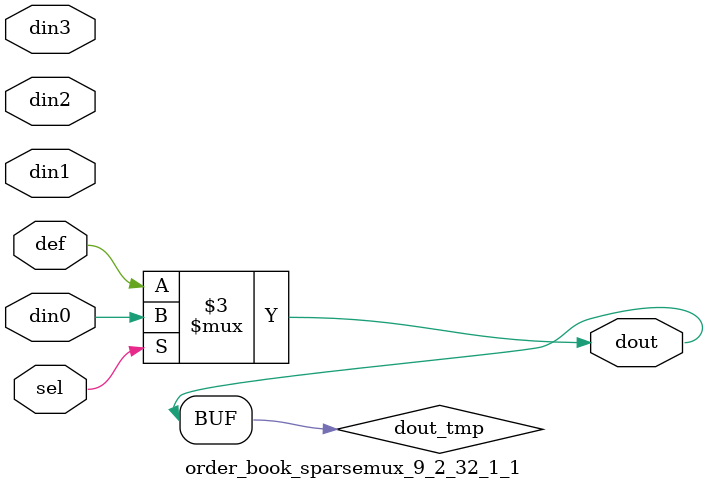
<source format=v>
`timescale 1ns / 1ps

module order_book_sparsemux_9_2_32_1_1 (din0,din1,din2,din3,def,sel,dout);

parameter din0_WIDTH = 1;

parameter din1_WIDTH = 1;

parameter din2_WIDTH = 1;

parameter din3_WIDTH = 1;

parameter def_WIDTH = 1;
parameter sel_WIDTH = 1;
parameter dout_WIDTH = 1;

parameter [sel_WIDTH-1:0] CASE0 = 1;

parameter [sel_WIDTH-1:0] CASE1 = 1;

parameter [sel_WIDTH-1:0] CASE2 = 1;

parameter [sel_WIDTH-1:0] CASE3 = 1;

parameter ID = 1;
parameter NUM_STAGE = 1;



input [din0_WIDTH-1:0] din0;

input [din1_WIDTH-1:0] din1;

input [din2_WIDTH-1:0] din2;

input [din3_WIDTH-1:0] din3;

input [def_WIDTH-1:0] def;
input [sel_WIDTH-1:0] sel;

output [dout_WIDTH-1:0] dout;



reg [dout_WIDTH-1:0] dout_tmp;


always @ (*) begin
(* parallel_case *) case (sel)
    
    CASE0 : dout_tmp = din0;
    
    CASE1 : dout_tmp = din1;
    
    CASE2 : dout_tmp = din2;
    
    CASE3 : dout_tmp = din3;
    
    default : dout_tmp = def;
endcase
end


assign dout = dout_tmp;



endmodule

</source>
